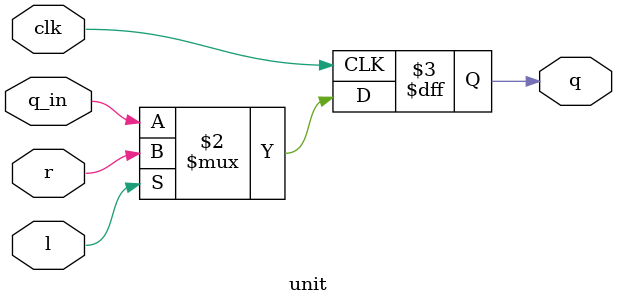
<source format=sv>
module top_module (
	input [2:0] SW,      // R
	input [1:0] KEY,     // L and clk
	output [2:0] LEDR);  // Q

  wire clk = KEY[0];
  wire L = KEY[1];

  unit u0(.clk(clk), .l(L), .r(SW[0]), .q_in(LEDR[2]), .q(LEDR[0]));
  unit u1(.clk(clk), .l(L), .r(SW[1]), .q_in(LEDR[0]), .q(LEDR[1]));
  unit u2(.clk(clk), .l(L), .r(SW[2]), .q_in(LEDR[1] ^ LEDR[2]), .q(LEDR[2]));
endmodule

module unit (
  input clk, l, r, q_in,
  output reg q);

  always_ff@(posedge clk)
    q <= l ? r : q_in;
endmodule

</source>
